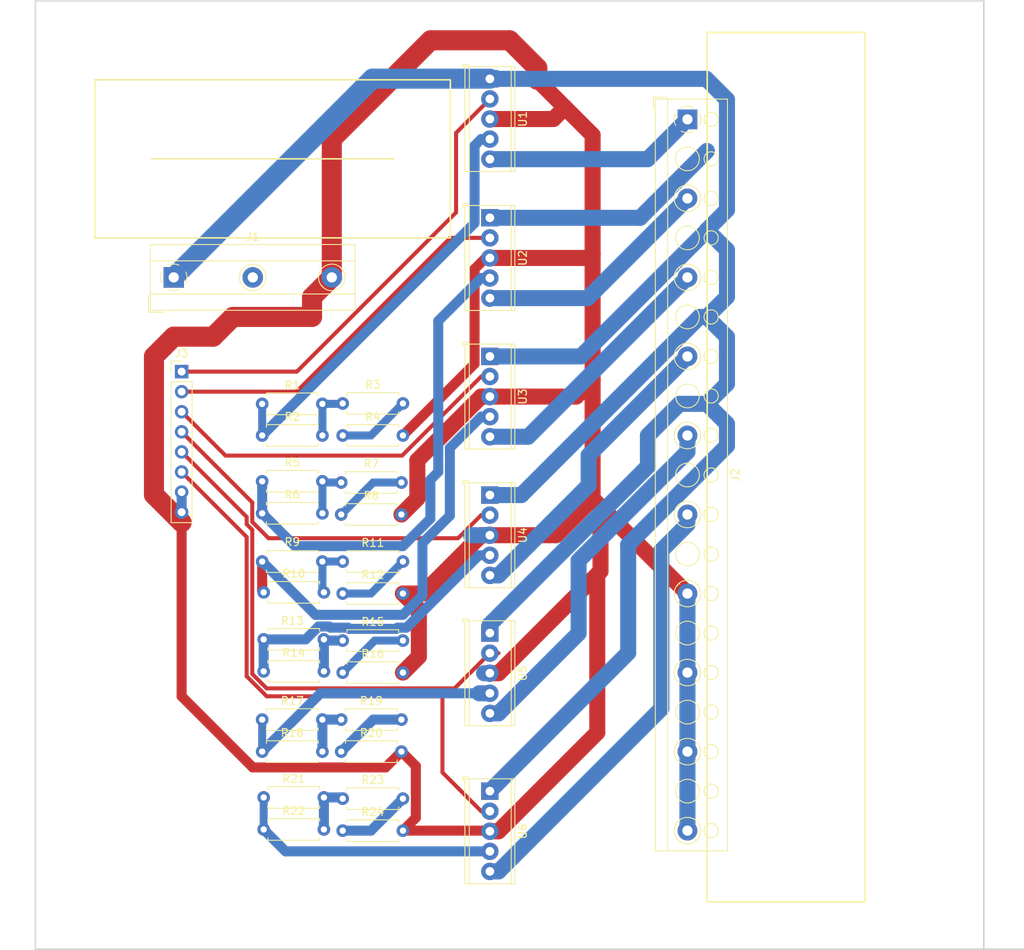
<source format=kicad_pcb>
(kicad_pcb (version 20221018) (generator pcbnew)
  (title_block (date "26 jul 2013"))
  (layers (0 "F.Cu" signal) (31 "B.Cu" signal) (34 "B.Paste" user) (35 "F.Paste" user) (36 "B.SilkS" user "B.Silkscreen") (37 "F.SilkS" user "F.Silkscreen") (38 "B.Mask" user) (39 "F.Mask" user) (44 "Edge.Cuts" user))
  (net 0 "")
  (net 1 "GND")
  (net 2 "Net-(J1-Pin_1)")
  (net 4 "Net-(J2-Pin_1)")
  (net 5 "Net-(J2-Pin_4)")
  (net 6 "Net-(J2-Pin_5)")
  (net 7 "Net-(J2-Pin_6)")
  (net 8 "Net-(J2-Pin_2)")
  (net 9 "Net-(J3-Pin_1)")
  (net 10 "Net-(J3-Pin_2)")
  (net 11 "Net-(J3-Pin_3)")
  (net 12 "Net-(J3-Pin_4)")
  (net 13 "Net-(J3-Pin_5)")
  (net 14 "Net-(J3-Pin_6)")
  (net 15 "Net-(U1-Rs)")
  (net 16 "Net-(R1-Pad2)")
  (net 17 "Net-(R3-Pad2)")
  (net 18 "Net-(U2-Rs)")
  (net 19 "Net-(R5-Pad2)")
  (net 20 "Net-(R7-Pad2)")
  (net 21 "Net-(U3-Rs)")
  (net 22 "Net-(R10-Pad2)")
  (net 23 "Net-(R11-Pad2)")
  (net 24 "Net-(U4-Rs)")
  (net 25 "Net-(R13-Pad2)")
  (net 26 "Net-(U5-Rs)")
  (net 27 "Net-(R15-Pad2)")
  (net 28 "Net-(U6-Rs)")
  (net 29 "Net-(R17-Pad2)")
  (net 30 "Net-(R19-Pad2)")
  (net 31 "Net-(R21-Pad2)")
  (net 32 "Net-(R23-Pad2)")
  (net 33 "Net-(J2-Pin_3)")
  (footprint "TerminalBlock_Phoenix:TerminalBlock_Phoenix_MPT-0,5-5-2.54_1x05_P2.54mm_Horizontal" (layer "F.Cu") (at 156.0856 36.1248 -90)
    (fp_text reference "U1" (at 5.08 -4.16 90) (layer "F.SilkS"))
    (fp_text value "~")
    (pad "1" thru_hole rect (at 0 0 270) (size 2.2 2.2) (drill 1.1) (layers "*.Cu" "*.Mask") (net 2 "Net-(J1-Pin_1)"))
    (pad "2" thru_hole circle (at 2.54 0 270) (size 2.2 2.2) (drill 1.1) (layers "*.Cu" "*.Mask") (net 9 "Net-(J3-Pin_1)"))
    (pad "3" thru_hole circle (at 5.08 0 270) (size 2.2 2.2) (drill 1.1) (layers "*.Cu" "*.Mask") (net 1 "GND"))
    (pad "4" thru_hole circle (at 7.62 0 270) (size 2.2 2.2) (drill 1.1) (layers "*.Cu" "*.Mask") (net 15 "Net-(U1-Rs)"))
    (pad "5" thru_hole circle (at 10.16 0 270) (size 2.2 2.2) (drill 1.1) (layers "*.Cu" "*.Mask") (net 4 "Net-(J2-Pin_1)"))
  )
  (footprint "Resistor_THT:R_Axial_DIN0207_L6.3mm_D2.5mm_P7.62mm_Horizontal" (layer "F.Cu") (at 137.4656 127.1948)
    (fp_text reference "R23" (at 3.81 -2.37) (layer "F.SilkS"))
    (fp_text value "0.1")
    (pad "1" thru_hole circle (at 0 0) (size 1.6 1.6) (drill 0.8) (layers "*.Cu" "*.Mask") (net 31 "Net-(R21-Pad2)"))
    (pad "2" thru_hole oval (at 7.62 0) (size 1.6 1.6) (drill 0.8) (layers "*.Cu" "*.Mask") (net 32 "Net-(R23-Pad2)"))
  )
  (footprint "Resistor_THT:R_Axial_DIN0207_L6.3mm_D2.5mm_P7.62mm_Horizontal" (layer "F.Cu") (at 127.2756 121.2448)
    (fp_text reference "R18" (at 3.81 -2.37) (layer "F.SilkS"))
    (fp_text value "1")
    (pad "1" thru_hole circle (at 0 0) (size 1.6 1.6) (drill 0.8) (layers "*.Cu" "*.Mask") (net 26 "Net-(U5-Rs)"))
    (pad "2" thru_hole oval (at 7.62 0) (size 1.6 1.6) (drill 0.8) (layers "*.Cu" "*.Mask") (net 29 "Net-(R17-Pad2)"))
  )
  (footprint "TerminalBlock_Phoenix:TerminalBlock_Phoenix_MPT-0,5-5-2.54_1x05_P2.54mm_Horizontal" (layer "F.Cu") (at 156.0856 106.2448 -90)
    (fp_text reference "U5" (at 5.08 -4.16 90) (layer "F.SilkS"))
    (fp_text value "~")
    (pad "1" thru_hole rect (at 0 0 270) (size 2.2 2.2) (drill 1.1) (layers "*.Cu" "*.Mask") (net 2 "Net-(J1-Pin_1)"))
    (pad "2" thru_hole circle (at 2.54 0 270) (size 2.2 2.2) (drill 1.1) (layers "*.Cu" "*.Mask") (net 13 "Net-(J3-Pin_5)"))
    (pad "3" thru_hole circle (at 5.08 0 270) (size 2.2 2.2) (drill 1.1) (layers "*.Cu" "*.Mask") (net 1 "GND"))
    (pad "4" thru_hole circle (at 7.62 0 270) (size 2.2 2.2) (drill 1.1) (layers "*.Cu" "*.Mask") (net 26 "Net-(U5-Rs)"))
    (pad "5" thru_hole circle (at 10.16 0 270) (size 2.2 2.2) (drill 1.1) (layers "*.Cu" "*.Mask") (net 6 "Net-(J2-Pin_5)"))
  )
  (footprint "TerminalBlock_Phoenix:TerminalBlock_Phoenix_MPT-0,5-5-2.54_1x05_P2.54mm_Horizontal" (layer "F.Cu") (at 156.0856 53.7048 -90)
    (fp_text reference "U2" (at 5.08 -4.16 90) (layer "F.SilkS"))
    (fp_text value "~")
    (pad "1" thru_hole rect (at 0 0 270) (size 2.2 2.2) (drill 1.1) (layers "*.Cu" "*.Mask") (net 2 "Net-(J1-Pin_1)"))
    (pad "2" thru_hole circle (at 2.54 0 270) (size 2.2 2.2) (drill 1.1) (layers "*.Cu" "*.Mask") (net 10 "Net-(J3-Pin_2)"))
    (pad "3" thru_hole circle (at 5.08 0 270) (size 2.2 2.2) (drill 1.1) (layers "*.Cu" "*.Mask") (net 1 "GND"))
    (pad "4" thru_hole circle (at 7.62 0 270) (size 2.2 2.2) (drill 1.1) (layers "*.Cu" "*.Mask") (net 18 "Net-(U2-Rs)"))
    (pad "5" thru_hole circle (at 10.16 0 270) (size 2.2 2.2) (drill 1.1) (layers "*.Cu" "*.Mask") (net 8 "Net-(J2-Pin_2)"))
  )
  (footprint "Resistor_THT:R_Axial_DIN0207_L6.3mm_D2.5mm_P7.62mm_Horizontal" (layer "F.Cu") (at 127.2756 87.0448)
    (fp_text reference "R5" (at 3.81 -2.37) (layer "F.SilkS"))
    (fp_text value "1")
    (pad "1" thru_hole circle (at 0 0) (size 1.6 1.6) (drill 0.8) (layers "*.Cu" "*.Mask") (net 18 "Net-(U2-Rs)"))
    (pad "2" thru_hole oval (at 7.62 0) (size 1.6 1.6) (drill 0.8) (layers "*.Cu" "*.Mask") (net 19 "Net-(R5-Pad2)"))
  )
  (footprint "MountingHole:MountingHole_3.2mm_M3" (layer "F.Cu") (at 103.5856 31.2448)
    (fp_text reference "REF**" hide)
    (fp_text value "MountingHole_3.2mm_M3")
    (pad "" np_thru_hole circle (at 0 0) (size 3.2 3.2) (drill 3.2) (layers "F&B.Cu" "*.Mask"))
  )
  (footprint "MountingHole:MountingHole_3.2mm_M3" (layer "F.Cu") (at 103.5856 141.2448)
    (fp_text reference "REF**" hide)
    (fp_text value "MountingHole_3.2mm_M3")
    (pad "" np_thru_hole circle (at 0 0) (size 3.2 3.2) (drill 3.2) (layers "F&B.Cu" "*.Mask"))
  )
  (footprint "TerminalBlock_MetzConnect:TerminalBlock_MetzConnect_Type067_RT01903HDWC_1x03_P10.00mm_Horizontal" (layer "F.Cu") (at 116.0856 61.2448)
    (fp_text reference "J1" (at 10 -5.16) (layer "F.SilkS"))
    (fp_text value "Screw_Terminal_01x03")
    (pad "1" thru_hole rect (at 0 0) (size 2.6 2.6) (drill 1.3) (layers "*.Cu" "*.Mask") (net 2 "Net-(J1-Pin_1)"))
    (pad "2" thru_hole circle (at 10 0) (size 2.6 2.6) (drill 1.3) (layers "*.Cu" "*.Mask"))
    (pad "3" thru_hole circle (at 20 0) (size 2.6 2.6) (drill 1.3) (layers "*.Cu" "*.Mask") (net 1 "GND"))
  )
  (footprint "Resistor_THT:R_Axial_DIN0207_L6.3mm_D2.5mm_P7.62mm_Horizontal" (layer "F.Cu") (at 127.2756 117.1948)
    (fp_text reference "R17" (at 3.81 -2.37) (layer "F.SilkS"))
    (fp_text value "1")
    (pad "1" thru_hole circle (at 0 0) (size 1.6 1.6) (drill 0.8) (layers "*.Cu" "*.Mask") (net 26 "Net-(U5-Rs)"))
    (pad "2" thru_hole oval (at 7.62 0) (size 1.6 1.6) (drill 0.8) (layers "*.Cu" "*.Mask") (net 29 "Net-(R17-Pad2)"))
  )
  (footprint "Resistor_THT:R_Axial_DIN0207_L6.3mm_D2.5mm_P7.62mm_Horizontal" (layer "F.Cu") (at 127.4656 111.0948)
    (fp_text reference "R14" (at 3.81 -2.37) (layer "F.SilkS"))
    (fp_text value "1")
    (pad "1" thru_hole circle (at 0 0) (size 1.6 1.6) (drill 0.8) (layers "*.Cu" "*.Mask") (net 24 "Net-(U4-Rs)"))
    (pad "2" thru_hole oval (at 7.62 0) (size 1.6 1.6) (drill 0.8) (layers "*.Cu" "*.Mask") (net 25 "Net-(R13-Pad2)"))
  )
  (footprint "MountingHole:MountingHole_3.2mm_M3" (layer "F.Cu") (at 193.5856 134.2448)
    (fp_text reference "REF**" hide)
    (fp_text value "MountingHole_3.2mm_M3")
    (pad "" np_thru_hole circle (at 0 0) (size 3.2 3.2) (drill 3.2) (layers "*.Cu" "*.Mask"))
  )
  (footprint "Resistor_THT:R_Axial_DIN0207_L6.3mm_D2.5mm_P7.62mm_Horizontal" (layer "F.Cu") (at 127.2756 81.2448)
    (fp_text reference "R2" (at 3.81 -2.37) (layer "F.SilkS"))
    (fp_text value "1")
    (pad "1" thru_hole circle (at 0 0) (size 1.6 1.6) (drill 0.8) (layers "*.Cu" "*.Mask") (net 15 "Net-(U1-Rs)"))
    (pad "2" thru_hole oval (at 7.62 0) (size 1.6 1.6) (drill 0.8) (layers "*.Cu" "*.Mask") (net 16 "Net-(R1-Pad2)"))
  )
  (footprint "Resistor_THT:R_Axial_DIN0207_L6.3mm_D2.5mm_P7.62mm_Horizontal" (layer "F.Cu") (at 137.2756 121.2448)
    (fp_text reference "R20" (at 3.81 -2.37) (layer "F.SilkS"))
    (fp_text value "0.1")
    (pad "1" thru_hole circle (at 0 0) (size 1.6 1.6) (drill 0.8) (layers "*.Cu" "*.Mask") (net 30 "Net-(R19-Pad2)"))
    (pad "2" thru_hole oval (at 7.62 0) (size 1.6 1.6) (drill 0.8) (layers "*.Cu" "*.Mask") (net 1 "GND"))
  )
  (footprint "Resistor_THT:R_Axial_DIN0207_L6.3mm_D2.5mm_P7.62mm_Horizontal" (layer "F.Cu") (at 127.4656 131.0948)
    (fp_text reference "R22" (at 3.81 -2.37) (layer "F.SilkS"))
    (fp_text value "1")
    (pad "1" thru_hole circle (at 0 0) (size 1.6 1.6) (drill 0.8) (layers "*.Cu" "*.Mask") (net 28 "Net-(U6-Rs)"))
    (pad "2" thru_hole oval (at 7.62 0) (size 1.6 1.6) (drill 0.8) (layers "*.Cu" "*.Mask") (net 31 "Net-(R21-Pad2)"))
  )
  (footprint "Resistor_THT:R_Axial_DIN0207_L6.3mm_D2.5mm_P7.62mm_Horizontal" (layer "F.Cu") (at 137.4656 131.2448)
    (fp_text reference "R24" (at 3.81 -2.37) (layer "F.SilkS"))
    (fp_text value "0.1")
    (pad "1" thru_hole circle (at 0 0) (size 1.6 1.6) (drill 0.8) (layers "*.Cu" "*.Mask") (net 32 "Net-(R23-Pad2)"))
    (pad "2" thru_hole oval (at 7.62 0) (size 1.6 1.6) (drill 0.8) (layers "*.Cu" "*.Mask") (net 1 "GND"))
  )
  (footprint "Resistor_THT:R_Axial_DIN0207_L6.3mm_D2.5mm_P7.62mm_Horizontal" (layer "F.Cu") (at 127.4656 101.0948)
    (fp_text reference "R10" (at 3.81 -2.37) (layer "F.SilkS"))
    (fp_text value "1")
    (pad "1" thru_hole circle (at 0 0) (size 1.6 1.6) (drill 0.8) (layers "*.Cu" "*.Mask") (net 21 "Net-(U3-Rs)"))
    (pad "2" thru_hole oval (at 7.62 0) (size 1.6 1.6) (drill 0.8) (layers "*.Cu" "*.Mask") (net 22 "Net-(R10-Pad2)"))
  )
  (footprint "Resistor_THT:R_Axial_DIN0207_L6.3mm_D2.5mm_P7.62mm_Horizontal" (layer "F.Cu") (at 127.2756 91.0948)
    (fp_text reference "R6" (at 3.81 -2.37) (layer "F.SilkS"))
    (fp_text value "1")
    (pad "1" thru_hole circle (at 0 0) (size 1.6 1.6) (drill 0.8) (layers "*.Cu" "*.Mask") (net 18 "Net-(U2-Rs)"))
    (pad "2" thru_hole oval (at 7.62 0) (size 1.6 1.6) (drill 0.8) (layers "*.Cu" "*.Mask") (net 19 "Net-(R5-Pad2)"))
  )
  (footprint "Resistor_THT:R_Axial_DIN0207_L6.3mm_D2.5mm_P7.62mm_Horizontal" (layer "F.Cu") (at 137.4656 107.1948)
    (fp_text reference "R15" (at 3.81 -2.37) (layer "F.SilkS"))
    (fp_text value "0.1")
    (pad "1" thru_hole circle (at 0 0) (size 1.6 1.6) (drill 0.8) (layers "*.Cu" "*.Mask") (net 25 "Net-(R13-Pad2)"))
    (pad "2" thru_hole oval (at 7.62 0) (size 1.6 1.6) (drill 0.8) (layers "*.Cu" "*.Mask") (net 27 "Net-(R15-Pad2)"))
  )
  (footprint "Connector_PinHeader_2.54mm:PinHeader_1x08_P2.54mm_Vertical" (layer "F.Cu") (at 117.0856 73.1648)
    (fp_text reference "J3" (at 0 -2.33) (layer "F.SilkS"))
    (fp_text value "Conn_01x08_Pin")
    (pad "1" thru_hole rect (at 0 0) (size 1.7 1.7) (drill 1) (layers "*.Cu" "*.Mask") (net 9 "Net-(J3-Pin_1)"))
    (pad "2" thru_hole oval (at 0 2.54) (size 1.7 1.7) (drill 1) (layers "*.Cu" "*.Mask") (net 10 "Net-(J3-Pin_2)"))
    (pad "3" thru_hole oval (at 0 5.08) (size 1.7 1.7) (drill 1) (layers "*.Cu" "*.Mask") (net 11 "Net-(J3-Pin_3)"))
    (pad "4" thru_hole oval (at 0 7.62) (size 1.7 1.7) (drill 1) (layers "*.Cu" "*.Mask") (net 12 "Net-(J3-Pin_4)"))
    (pad "5" thru_hole oval (at 0 10.16) (size 1.7 1.7) (drill 1) (layers "*.Cu" "*.Mask") (net 13 "Net-(J3-Pin_5)"))
    (pad "6" thru_hole oval (at 0 12.7) (size 1.7 1.7) (drill 1) (layers "*.Cu" "*.Mask") (net 14 "Net-(J3-Pin_6)"))
    (pad "7" thru_hole oval (at 0 15.24) (size 1.7 1.7) (drill 1) (layers "*.Cu" "*.Mask") (net 1 "GND"))
    (pad "8" thru_hole oval (at 0 17.78) (size 1.7 1.7) (drill 1) (layers "*.Cu" "*.Mask") (net 1 "GND"))
  )
  (footprint "TerminalBlock_RND:TerminalBlock_RND_205-00031_1x10_P10.00mm_Horizontal" (layer "F.Cu") (at 181.0856 41.2448 -90)
    (fp_text reference "J2" (at 45 -6.06 90) (layer "F.SilkS"))
    (fp_text value "Screw_Terminal_01x10")
    (pad "1" thru_hole rect (at 0 0 270) (size 2.5 2.5) (drill 1.3) (layers "*.Cu" "*.Mask") (net 4 "Net-(J2-Pin_1)"))
    (pad "2" thru_hole circle (at 10 0 270) (size 2.5 2.5) (drill 1.3) (layers "*.Cu" "*.Mask") (net 8 "Net-(J2-Pin_2)"))
    (pad "3" thru_hole circle (at 20 0 270) (size 2.5 2.5) (drill 1.3) (layers "*.Cu" "*.Mask") (net 33 "Net-(J2-Pin_3)"))
    (pad "4" thru_hole circle (at 30 0 270) (size 2.5 2.5) (drill 1.3) (layers "*.Cu" "*.Mask") (net 5 "Net-(J2-Pin_4)"))
    (pad "5" thru_hole circle (at 40 0 270) (size 2.5 2.5) (drill 1.3) (layers "*.Cu" "*.Mask") (net 6 "Net-(J2-Pin_5)"))
    (pad "6" thru_hole circle (at 50 0 270) (size 2.5 2.5) (drill 1.3) (layers "*.Cu" "*.Mask") (net 7 "Net-(J2-Pin_6)"))
    (pad "7" thru_hole circle (at 60 0 270) (size 2.5 2.5) (drill 1.3) (layers "*.Cu" "*.Mask") (net 1 "GND"))
    (pad "8" thru_hole circle (at 70 0 270) (size 2.5 2.5) (drill 1.3) (layers "*.Cu" "*.Mask") (net 1 "GND"))
    (pad "9" thru_hole circle (at 80 0 270) (size 2.5 2.5) (drill 1.3) (layers "*.Cu" "*.Mask") (net 1 "GND"))
    (pad "10" thru_hole circle (at 90 0 270) (size 2.5 2.5) (drill 1.3) (layers "*.Cu" "*.Mask") (net 1 "GND"))
  )
  (footprint "Resistor_THT:R_Axial_DIN0207_L6.3mm_D2.5mm_P7.62mm_Horizontal" (layer "F.Cu") (at 137.4656 101.2448)
    (fp_text reference "R12" (at 3.81 -2.37) (layer "F.SilkS"))
    (fp_text value "0.1")
    (pad "1" thru_hole circle (at 0 0) (size 1.6 1.6) (drill 0.8) (layers "*.Cu" "*.Mask") (net 23 "Net-(R11-Pad2)"))
    (pad "2" thru_hole oval (at 7.62 0) (size 1.6 1.6) (drill 0.8) (layers "*.Cu" "*.Mask") (net 1 "GND"))
  )
  (footprint "TerminalBlock_Phoenix:TerminalBlock_Phoenix_MPT-0,5-5-2.54_1x05_P2.54mm_Horizontal" (layer "F.Cu") (at 156.0856 126.2448 -90)
    (fp_text reference "U6" (at 5.08 -4.16 90) (layer "F.SilkS"))
    (fp_text value "~")
    (pad "1" thru_hole rect (at 0 0 270) (size 2.2 2.2) (drill 1.1) (layers "*.Cu" "*.Mask") (net 2 "Net-(J1-Pin_1)"))
    (pad "2" thru_hole circle (at 2.54 0 270) (size 2.2 2.2) (drill 1.1) (layers "*.Cu" "*.Mask") (net 14 "Net-(J3-Pin_6)"))
    (pad "3" thru_hole circle (at 5.08 0 270) (size 2.2 2.2) (drill 1.1) (layers "*.Cu" "*.Mask") (net 1 "GND"))
    (pad "4" thru_hole circle (at 7.62 0 270) (size 2.2 2.2) (drill 1.1) (layers "*.Cu" "*.Mask") (net 28 "Net-(U6-Rs)"))
    (pad "5" thru_hole circle (at 10.16 0 270) (size 2.2 2.2) (drill 1.1) (layers "*.Cu" "*.Mask") (net 7 "Net-(J2-Pin_6)"))
  )
  (footprint "MountingHole:MountingHole_3.2mm_M3" (layer "F.Cu") (at 193.5856 36.2448)
    (fp_text reference "REF**" hide)
    (fp_text value "MountingHole_3.2mm_M3")
    (pad "" np_thru_hole circle (at 0 0) (size 3.2 3.2) (drill 3.2) (layers "*.Cu" "*.Mask"))
  )
  (footprint "Resistor_THT:R_Axial_DIN0207_L6.3mm_D2.5mm_P7.62mm_Horizontal" (layer "F.Cu") (at 127.2756 97.1948)
    (fp_text reference "R9" (at 3.81 -2.475) (layer "F.SilkS"))
    (fp_text value "1")
    (pad "1" thru_hole circle (at 0 0) (size 1.6 1.6) (drill 0.8) (layers "*.Cu" "*.Mask") (net 21 "Net-(U3-Rs)"))
    (pad "2" thru_hole oval (at 7.62 0) (size 1.6 1.6) (drill 0.8) (layers "*.Cu" "*.Mask") (net 22 "Net-(R10-Pad2)"))
  )
  (footprint "Resistor_THT:R_Axial_DIN0207_L6.3mm_D2.5mm_P7.62mm_Horizontal" (layer "F.Cu") (at 137.2756 117.1948)
    (fp_text reference "R19" (at 3.81 -2.37) (layer "F.SilkS"))
    (fp_text value "0.1")
    (pad "1" thru_hole circle (at 0 0) (size 1.6 1.6) (drill 0.8) (layers "*.Cu" "*.Mask") (net 29 "Net-(R17-Pad2)"))
    (pad "2" thru_hole oval (at 7.62 0) (size 1.6 1.6) (drill 0.8) (layers "*.Cu" "*.Mask") (net 30 "Net-(R19-Pad2)"))
  )
  (footprint "TerminalBlock_Phoenix:TerminalBlock_Phoenix_MPT-0,5-5-2.54_1x05_P2.54mm_Horizontal" (layer "F.Cu") (at 156.0856 71.2448 -90)
    (fp_text reference "U3" (at 5.08 -4.16 90) (layer "F.SilkS"))
    (fp_text value "~")
    (pad "1" thru_hole rect (at 0 0 270) (size 2.2 2.2) (drill 1.1) (layers "*.Cu" "*.Mask") (net 2 "Net-(J1-Pin_1)"))
    (pad "2" thru_hole circle (at 2.54 0 270) (size 2.2 2.2) (drill 1.1) (layers "*.Cu" "*.Mask") (net 11 "Net-(J3-Pin_3)"))
    (pad "3" thru_hole circle (at 5.08 0 270) (size 2.2 2.2) (drill 1.1) (layers "*.Cu" "*.Mask") (net 1 "GND"))
    (pad "4" thru_hole circle (at 7.62 0 270) (size 2.2 2.2) (drill 1.1) (layers "*.Cu" "*.Mask") (net 21 "Net-(U3-Rs)"))
    (pad "5" thru_hole circle (at 10.16 0 270) (size 2.2 2.2) (drill 1.1) (layers "*.Cu" "*.Mask") (net 33 "Net-(J2-Pin_3)"))
  )
  (footprint "Resistor_THT:R_Axial_DIN0207_L6.3mm_D2.5mm_P7.62mm_Horizontal" (layer "F.Cu") (at 127.4656 107.0448)
    (fp_text reference "R13" (at 3.62 -2.35) (layer "F.SilkS"))
    (fp_text value "1")
    (pad "1" thru_hole circle (at 0 0) (size 1.6 1.6) (drill 0.8) (layers "*.Cu" "*.Mask") (net 24 "Net-(U4-Rs)"))
    (pad "2" thru_hole oval (at 7.62 0) (size 1.6 1.6) (drill 0.8) (layers "*.Cu" "*.Mask") (net 25 "Net-(R13-Pad2)"))
  )
  (footprint "Resistor_THT:R_Axial_DIN0207_L6.3mm_D2.5mm_P7.62mm_Horizontal" (layer "F.Cu") (at 137.2756 87.1948)
    (fp_text reference "R7" (at 3.81 -2.37) (layer "F.SilkS"))
    (fp_text value "0.1")
    (pad "1" thru_hole circle (at 0 0) (size 1.6 1.6) (drill 0.8) (layers "*.Cu" "*.Mask") (net 19 "Net-(R5-Pad2)"))
    (pad "2" thru_hole oval (at 7.62 0) (size 1.6 1.6) (drill 0.8) (layers "*.Cu" "*.Mask") (net 20 "Net-(R7-Pad2)"))
  )
  (footprint "Resistor_THT:R_Axial_DIN0207_L6.3mm_D2.5mm_P7.62mm_Horizontal" (layer "F.Cu") (at 137.4656 111.2448)
    (fp_text reference "R16" (at 3.81 -2.37) (layer "F.SilkS"))
    (fp_text value "0.1")
    (pad "1" thru_hole circle (at 0 0) (size 1.6 1.6) (drill 0.8) (layers "*.Cu" "*.Mask") (net 27 "Net-(R15-Pad2)"))
    (pad "2" thru_hole oval (at 7.62 0) (size 1.6 1.6) (drill 0.8) (layers "*.Cu" "*.Mask") (net 1 "GND"))
  )
  (footprint "Resistor_THT:R_Axial_DIN0207_L6.3mm_D2.5mm_P7.62mm_Horizontal" (layer "F.Cu") (at 137.4656 97.1948)
    (fp_text reference "R11" (at 3.81 -2.37) (layer "F.SilkS"))
    (fp_text value "0.1")
    (pad "1" thru_hole circle (at 0 0) (size 1.6 1.6) (drill 0.8) (layers "*.Cu" "*.Mask") (net 22 "Net-(R10-Pad2)"))
    (pad "2" thru_hole oval (at 7.62 0) (size 1.6 1.6) (drill 0.8) (layers "*.Cu" "*.Mask") (net 23 "Net-(R11-Pad2)"))
  )
  (footprint "MountingHole:MountingHole_3.2mm_M3" (layer "F.Cu") (at 111.5856 46.2448)
    (fp_text reference "REF**" hide)
    (fp_text value "MountingHole_3.2mm_M3")
    (pad "" np_thru_hole circle (at 0 0) (size 3.2 3.2) (drill 3.2) (layers "F&B.Cu" "*.Mask"))
  )
  (footprint "TerminalBlock_Phoenix:TerminalBlock_Phoenix_MPT-0,5-5-2.54_1x05_P2.54mm_Horizontal" (layer "F.Cu") (at 156.0856 88.7848 -90)
    (fp_text reference "U4" (at 5.08 -4.16 90) (layer "F.SilkS"))
    (fp_text value "~")
    (pad "1" thru_hole rect (at 0 0 270) (size 2.2 2.2) (drill 1.1) (layers "*.Cu" "*.Mask") (net 2 "Net-(J1-Pin_1)"))
    (pad "2" thru_hole circle (at 2.54 0 270) (size 2.2 2.2) (drill 1.1) (layers "*.Cu" "*.Mask") (net 12 "Net-(J3-Pin_4)"))
    (pad "3" thru_hole circle (at 5.08 0 270) (size 2.2 2.2) (drill 1.1) (layers "*.Cu" "*.Mask") (net 1 "GND"))
    (pad "4" thru_hole circle (at 7.62 0 270) (size 2.2 2.2) (drill 1.1) (layers "*.Cu" "*.Mask") (net 24 "Net-(U4-Rs)"))
    (pad "5" thru_hole circle (at 10.16 0 270) (size 2.2 2.2) (drill 1.1) (layers "*.Cu" "*.Mask") (net 5 "Net-(J2-Pin_4)"))
  )
  (footprint "Resistor_THT:R_Axial_DIN0207_L6.3mm_D2.5mm_P7.62mm_Horizontal" (layer "F.Cu") (at 137.2756 91.2448)
    (fp_text reference "R8" (at 3.81 -2.37) (layer "F.SilkS"))
    (fp_text value "0.1")
    (pad "1" thru_hole circle (at 0 0) (size 1.6 1.6) (drill 0.8) (layers "*.Cu" "*.Mask") (net 20 "Net-(R7-Pad2)"))
    (pad "2" thru_hole oval (at 7.62 0) (size 1.6 1.6) (drill 0.8) (layers "*.Cu" "*.Mask") (net 1 "GND"))
  )
  (footprint "Resistor_THT:R_Axial_DIN0207_L6.3mm_D2.5mm_P7.62mm_Horizontal" (layer "F.Cu") (at 127.4656 127.0448)
    (fp_text reference "R21" (at 3.81 -2.37) (layer "F.SilkS"))
    (fp_text value "1")
    (pad "1" thru_hole circle (at 0 0) (size 1.6 1.6) (drill 0.8) (layers "*.Cu" "*.Mask") (net 28 "Net-(U6-Rs)"))
    (pad "2" thru_hole oval (at 7.62 0) (size 1.6 1.6) (drill 0.8) (layers "*.Cu" "*.Mask") (net 31 "Net-(R21-Pad2)"))
  )
  (footprint "Resistor_THT:R_Axial_DIN0207_L6.3mm_D2.5mm_P7.62mm_Horizontal" (layer "F.Cu") (at 137.4656 77.1948)
    (fp_text reference "R3" (at 3.81 -2.37) (layer "F.SilkS"))
    (fp_text value "0.1")
    (pad "1" thru_hole circle (at 0 0) (size 1.6 1.6) (drill 0.8) (layers "*.Cu" "*.Mask") (net 16 "Net-(R1-Pad2)"))
    (pad "2" thru_hole oval (at 7.62 0) (size 1.6 1.6) (drill 0.8) (layers "*.Cu" "*.Mask") (net 17 "Net-(R3-Pad2)"))
  )
  (footprint "Resistor_THT:R_Axial_DIN0207_L6.3mm_D2.5mm_P7.62mm_Horizontal" (layer "F.Cu") (at 137.4656 81.2448)
    (fp_text reference "R4" (at 3.81 -2.37) (layer "F.SilkS"))
    (fp_text value "0.1")
    (pad "1" thru_hole circle (at 0 0) (size 1.6 1.6) (drill 0.8) (layers "*.Cu" "*.Mask") (net 17 "Net-(R3-Pad2)"))
    (pad "2" thru_hole oval (at 7.62 0) (size 1.6 1.6) (drill 0.8) (layers "*.Cu" "*.Mask") (net 1 "GND"))
  )
  (footprint "MountingHole:MountingHole_3.2mm_M3" (layer "F.Cu") (at 213.5856 31.2448)
    (fp_text reference "REF**" hide)
    (fp_text value "MountingHole_3.2mm_M3")
    (pad "" np_thru_hole circle (at 0 0) (size 3.2 3.2) (drill 3.2) (layers "F&B.Cu" "*.Mask"))
  )
  (footprint "Resistor_THT:R_Axial_DIN0207_L6.3mm_D2.5mm_P7.62mm_Horizontal" (layer "F.Cu") (at 127.2756 77.2448)
    (fp_text reference "R1" (at 3.81 -2.37) (layer "F.SilkS"))
    (fp_text value "1")
    (pad "1" thru_hole circle (at 0 0) (size 1.6 1.6) (drill 0.8) (layers "*.Cu" "*.Mask") (net 15 "Net-(U1-Rs)"))
    (pad "2" thru_hole oval (at 7.62 0) (size 1.6 1.6) (drill 0.8) (layers "*.Cu" "*.Mask") (net 16 "Net-(R1-Pad2)"))
  )
  (footprint "MountingHole:MountingHole_3.2mm_M3" (layer "F.Cu") (at 145.5856 46.2448)
    (fp_text reference "REF**" hide)
    (fp_text value "MountingHole_3.2mm_M3")
    (pad "" np_thru_hole circle (at 0 0) (size 3.2 3.2) (drill 3.2) (layers "F&B.Cu" "*.Mask"))
  )
  (footprint "MountingHole:MountingHole_3.2mm_M3" (layer "F.Cu") (at 213.5856 141.2448)
    (fp_text reference "REF**" hide)
    (fp_text value "MountingHole_3.2mm_M3")
    (pad "" np_thru_hole circle (at 0 0) (size 3.2 3.2) (drill 3.2) (layers "F&B.Cu" "*.Mask"))
  )
  (gr_rect (start 106.0856 36.2448) (end 151.0856 56.2448) (stroke (width 0.2)) (fill none) (layer "F.SilkS"))
  (gr_rect (start 183.5856 30.2448) (end 203.5856 140.2448) (stroke (width 0.2)) (fill none) (layer "F.SilkS"))
  (gr_line (start 111.5856 46.2448) (end 145.5856 46.2448) (stroke (width 0.2)) (layer "F.SilkS"))
  (gr_line (start 218.5856 26.2448) (end 218.5856 146.2448) (stroke (width 0.2)) (layer "Edge.Cuts"))
  (gr_line (start 98.5856 146.2448) (end 98.5856 26.2448) (stroke (width 0.2)) (layer "Edge.Cuts"))
  (gr_line (start 223.5856 146.2448) (end 98.5856 146.2448) (stroke (width 0.2)) (layer "Edge.Cuts"))
  (gr_line (start 98.5856 26.2448) (end 218.5856 26.2448) (stroke (width 0.2)) (layer "Edge.Cuts"))
  (segment (start 126.0856 123.2448) (end 142.8956 123.2448) (width 1.27) (layer "F.Cu") (net 1))
  (segment (start 117.0856 90.9448) (end 117.0856 92.2448) (width 1.27) (layer "F.Cu") (net 1))
  (segment (start 156.0856 58.7848) (end 168.5456 58.7848) (width 2.032) (layer "F.Cu") (net 1))
  (segment (start 146.7206 129.6098) (end 145.0856 131.2448) (width 1.27) (layer "F.Cu") (net 1))
  (segment (start 147.1016 109.2288) (end 145.0856 111.2448) (width 2.032) (layer "F.Cu") (net 1))
  (segment (start 146.9116 89.2288) (end 144.8956 91.2448) (width 2.032) (layer "F.Cu") (net 1))
  (segment (start 164.1256 41.2048) (end 156.0856 41.2048) (width 2.032) (layer "F.Cu") (net 1))
  (segment (start 156.0856 93.8648) (end 164.4656 93.8648) (width 2.032) (layer "F.Cu") (net 1))
  (segment (start 157.1856 131.3248) (end 156.0856 131.3248) (width 2.032) (layer "F.Cu") (net 1))
  (segment (start 145.0856 81.2448) (end 154.1506 72.1798) (width 1.27) (layer "F.Cu") (net 1))
  (segment (start 117.0856 92.2448) (end 117.0856 114.2448) (width 1.27) (layer "F.Cu") (net 1))
  (segment (start 158.5856 31.2448) (end 162.0856 34.7448) (width 2.54) (layer "F.Cu") (net 1))
  (segment (start 169.6756 98.8348) (end 169.6756 118.8348) (width 2.032) (layer "F.Cu") (net 1))
  (segment (start 123.5856 66.2448) (end 121.0856 68.7448) (width 2.54) (layer "F.Cu") (net 1))
  (segment (start 133.5856 63.7448) (end 133.5856 66.2448) (width 2.54) (layer "F.Cu") (net 1))
  (segment (start 169.0856 58.2448) (end 169.0856 74.2448) (width 2.032) (layer "F.Cu") (net 1))
  (segment (start 156.0856 76.3248) (end 154.9856 76.3248) (width 2.032) (layer "F.Cu") (net 1))
  (segment (start 147.1016 103.2608) (end 147.1016 109.2288) (width 2.032) (layer "F.Cu") (net 1))
  (segment (start 168.5456 58.7848) (end 169.0856 58.2448) (width 2.032) (layer "F.Cu") (net 1))
  (segment (start 116.0856 68.7448) (end 113.5856 71.2448) (width 2.54) (layer "F.Cu") (net 1))
  (segment (start 154.1506 60.1798) (end 155.5456 58.7848) (width 1.27) (layer "F.Cu") (net 1))
  (segment (start 146.9116 84.3988) (end 146.9116 89.2288) (width 2.032) (layer "F.Cu") (net 1))
  (segment (start 154.9856 93.8648) (end 147.6056 101.2448) (width 2.032) (layer "F.Cu") (net 1))
  (segment (start 113.5856 88.7448) (end 117.0856 92.2448) (width 2.54) (layer "F.Cu") (net 1))
  (segment (start 169.6756 118.8348) (end 157.1856 131.3248) (width 2.032) (layer "F.Cu") (net 1))
  (segment (start 154.1506 72.1798) (end 154.1506 60.1798) (width 1.27) (layer "F.Cu") (net 1))
  (segment (start 170.0856 90.2448) (end 181.0856 101.2448) (width 2.032) (layer "F.Cu") (net 1))
  (segment (start 147.6056 101.2448) (end 145.0856 101.2448) (width 2.032) (layer "F.Cu") (net 1))
  (segment (start 146.7206 123.0698) (end 146.7206 129.6098) (width 1.27) (layer "F.Cu") (net 1))
  (segment (start 136.0856 61.2448) (end 136.0856 43.7448) (width 2.54) (layer "F.Cu") (net 1))
  (segment (start 162.0856 34.7448) (end 162.0856 36.2448) (width 2.54) (layer "F.Cu") (net 1))
  (segment (start 156.0856 111.3248) (end 157.1856 111.3248) (width 2.032) (layer "F.Cu") (net 1))
  (segment (start 136.0856 43.7448) (end 148.5856 31.2448) (width 2.54) (layer "F.Cu") (net 1))
  (segment (start 169.0856 89.2448) (end 170.0856 90.2448) (width 2.032) (layer "F.Cu") (net 1))
  (segment (start 156.0856 76.3248) (end 167.0056 76.3248) (width 2.032) (layer "F.Cu") (net 1))
  (segment (start 154.9856 76.3248) (end 146.9116 84.3988) (width 2.032) (layer "F.Cu") (net 1))
  (segment (start 165.5856 39.7448) (end 169.0856 43.2448) (width 2.032) (layer "F.Cu") (net 1))
  (segment (start 113.5856 71.2448) (end 113.5856 88.7448) (width 2.54) (layer "F.Cu") (net 1))
  (segment (start 162.0856 36.2448) (end 165.5856 39.7448) (width 2.032) (layer "F.Cu") (net 1))
  (segment (start 157.1856 111.3248) (end 169.6756 98.8348) (width 2.032) (layer "F.Cu") (net 1))
  (segment (start 170.0856 98.4248) (end 170.0856 90.2448) (width 2.032) (layer "F.Cu") (net 1))
  (segment (start 136.0856 61.2448) (end 133.5856 63.7448) (width 2.54) (layer "F.Cu") (net 1))
  (segment (start 148.5856 31.2448) (end 158.5856 31.2448) (width 2.54) (layer "F.Cu") (net 1))
  (segment (start 164.4656 93.8648) (end 169.0856 89.2448) (width 2.032) (layer "F.Cu") (net 1))
  (segment (start 169.6756 98.8348) (end 170.0856 98.4248) (width 2.032) (layer "F.Cu") (net 1))
  (segment (start 121.0856 68.7448) (end 116.0856 68.7448) (width 2.54) (layer "F.Cu") (net 1))
  (segment (start 156.0856 93.8648) (end 154.9856 93.8648) (width 2.032) (layer "F.Cu") (net 1))
  (segment (start 167.0056 76.3248) (end 169.0856 74.2448) (width 2.032) (layer "F.Cu") (net 1))
  (segment (start 144.8956 121.2448) (end 146.7206 123.0698) (width 1.27) (layer "F.Cu") (net 1))
  (segment (start 142.8956 123.2448) (end 144.8956 121.2448) (width 1.27) (layer "F.Cu") (net 1))
  (segment (start 169.0856 74.2448) (end 169.0856 89.2448) (width 2.032) (layer "F.Cu") (net 1))
  (segment (start 169.0856 43.2448) (end 169.0856 58.2448) (width 2.032) (layer "F.Cu") (net 1))
  (segment (start 156.0056 131.2448) (end 156.0856 131.3248) (width 1.27) (layer "F.Cu") (net 1))
  (segment (start 145.0856 131.2448) (end 156.0056 131.2448) (width 1.27) (layer "F.Cu") (net 1))
  (segment (start 155.5456 58.7848) (end 156.0856 58.7848) (width 1.27) (layer "F.Cu") (net 1))
  (segment (start 145.0856 101.2448) (end 147.1016 103.2608) (width 2.032) (layer "F.Cu") (net 1))
  (segment (start 165.5856 39.7448) (end 164.1256 41.2048) (width 2.032) (layer "F.Cu") (net 1))
  (segment (start 133.5856 66.2448) (end 123.5856 66.2448) (width 2.54) (layer "F.Cu") (net 1))
  (segment (start 117.0856 114.2448) (end 126.0856 123.2448) (width 1.27) (layer "F.Cu") (net 1))
  (segment (start 181.0856 121.2448) (end 181.0856 131.2448) (width 2.032) (layer "B.Cu") (net 1))
  (segment (start 181.0856 101.2448) (end 181.0856 111.2448) (width 2.032) (layer "B.Cu") (net 1))
  (segment (start 117.0856 88.4048) (end 117.0856 90.9448) (width 1.27) (layer "B.Cu") (net 1))
  (segment (start 155.35194 111.3248) (end 156.0856 111.3248) (width 2.032) (layer "B.Cu") (net 1))
  (segment (start 153.7056 93.8648) (end 156.0856 93.8648) (width 2.032) (layer "B.Cu") (net 1))
  (segment (start 181.0856 111.2448) (end 181.0856 121.2448) (width 2.032) (layer "B.Cu") (net 1))
  (segment (start 176.0856 85.1448) (end 176.0856 81.2448) (width 2.032) (layer "B.Cu") (net 2))
  (segment (start 173.5856 108.7448) (end 156.0856 126.2448) (width 2.032) (layer "B.Cu") (net 2))
  (segment (start 116.0856 61.2448) (end 141.230908 36.099492) (width 2.54) (layer "B.Cu") (net 2))
  (segment (start 186.0856 74.7108) (end 183.5516 77.2448) (width 2.032) (layer "B.Cu") (net 2))
  (segment (start 141.230908 36.099492) (end 156.0856 36.099492) (width 2.54) (layer "B.Cu") (net 2))
  (segment (start 156.0856 88.7848) (end 160.064874 88.7848) (width 2.032) (layer "B.Cu") (net 2))
  (segment (start 156.0856 106.2448) (end 156.0856 105.1448) (width 2.032) (layer "B.Cu") (net 2))
  (segment (start 156.0856 105.1448) (end 176.0856 85.1448) (width 2.032) (layer "B.Cu") (net 2))
  (segment (start 167.604874 71.2448) (end 183.5516 55.298074) (width 2.032) (layer "B.Cu") (net 2))
  (segment (start 180.0856 77.2448) (end 183.5516 77.2448) (width 2.032) (layer "B.Cu") (net 2))
  (segment (start 183.5516 55.298074) (end 183.5516 55.2448) (width 2.032) (layer "B.Cu") (net 2))
  (segment (start 186.0856 82.557848) (end 173.5856 95.057848) (width 2.032) (layer "B.Cu") (net 2))
  (segment (start 186.0856 38.7448) (end 186.0856 52.7108) (width 2.032) (layer "B.Cu") (net 2))
  (segment (start 186.0856 68.7788) (end 186.0856 74.7108) (width 2.032) (layer "B.Cu") (net 2))
  (segment (start 156.0856 71.2448) (end 167.604874 71.2448) (width 2.032) (layer "B.Cu") (net 2))
  (segment (start 176.0856 81.2448) (end 180.0856 77.2448) (width 2.032) (layer "B.Cu") (net 2))
  (segment (start 186.0856 79.7788) (end 186.0856 82.557848) (width 2.032) (layer "B.Cu") (net 2))
  (segment (start 156.0856 53.7048) (end 175.0916 53.7048) (width 2.032) (layer "B.Cu") (net 2))
  (segment (start 183.5516 66.2448) (end 186.0856 68.7788) (width 2.032) (layer "B.Cu") (net 2))
  (segment (start 186.0856 63.7108) (end 183.5516 66.2448) (width 2.032) (layer "B.Cu") (net 2))
  (segment (start 182.604874 66.2448) (end 183.5516 66.2448) (width 2.032) (layer "B.Cu") (net 2))
  (segment (start 156.0856 36.1248) (end 183.4656 36.1248) (width 2.032) (layer "B.Cu") (net 2))
  (segment (start 175.0916 53.7048) (end 183.5516 45.2448) (width 2.032) (layer "B.Cu") (net 2))
  (segment (start 186.0856 52.7108) (end 183.5516 55.2448) (width 2.032) (layer "B.Cu") (net 2))
  (segment (start 173.5856 95.057848) (end 173.5856 108.7448) (width 2.032) (layer "B.Cu") (net 2))
  (segment (start 183.4656 36.1248) (end 186.0856 38.7448) (width 2.032) (layer "B.Cu") (net 2))
  (segment (start 183.5516 77.2448) (end 186.0856 79.7788) (width 2.032) (layer "B.Cu") (net 2))
  (segment (start 186.0856 57.7788) (end 186.0856 63.7108) (width 2.032) (layer "B.Cu") (net 2))
  (segment (start 160.064874 88.7848) (end 182.604874 66.2448) (width 2.032) (layer "B.Cu") (net 2))
  (segment (start 183.5516 55.2448) (end 186.0856 57.7788) (width 2.032) (layer "B.Cu") (net 2))
  (segment (start 176.0456 46.2848) (end 181.0856 41.2448) (width 2.032) (layer "B.Cu") (net 4))
  (segment (start 156.0856 46.2848) (end 176.0456 46.2848) (width 2.032) (layer "B.Cu") (net 4))
  (segment (start 156.0856 98.9448) (end 157.1856 98.9448) (width 2.032) (layer "B.Cu") (net 5))
  (segment (start 157.1856 98.9448) (end 168.5856 87.5448) (width 2.032) (layer "B.Cu") (net 5))
  (segment (start 168.5856 87.5448) (end 168.5856 83.7448) (width 2.032) (layer "B.Cu") (net 5))
  (segment (start 168.5856 83.7448) (end 181.0856 71.2448) (width 2.032) (layer "B.Cu") (net 5))
  (segment (start 181.0856 83.301324) (end 167.3176 97.069324) (width 2.032) (layer "B.Cu") (net 6))
  (segment (start 167.3176 97.069324) (end 167.3176 106.2728) (width 2.032) (layer "B.Cu") (net 6))
  (segment (start 157.1856 116.4048) (end 156.0856 116.4048) (width 2.032) (layer "B.Cu") (net 6))
  (segment (start 167.3176 106.2728) (end 157.1856 116.4048) (width 2.032) (layer "B.Cu") (net 6))
  (segment (start 181.0856 81.2448) (end 181.0856 83.301324) (width 2.032) (layer "B.Cu") (net 6))
  (segment (start 177.7816 95.7988) (end 181.0856 92.4948) (width 2.032) (layer "B.Cu") (net 7))
  (segment (start 181.0856 92.4948) (end 181.0856 91.2448) (width 2.032) (layer "B.Cu") (net 7))
  (segment (start 177.7816 115.8088) (end 177.7816 95.7988) (width 2.032) (layer "B.Cu") (net 7))
  (segment (start 157.1856 136.4048) (end 177.7816 115.8088) (width 2.032) (layer "B.Cu") (net 7))
  (segment (start 156.0856 136.4048) (end 157.1856 136.4048) (width 2.032) (layer "B.Cu") (net 7))
  (segment (start 168.4656 63.8648) (end 156.0856 63.8648) (width 2.032) (layer "B.Cu") (net 8))
  (segment (start 181.0856 51.2448) (end 168.4656 63.8648) (width 2.032) (layer "B.Cu") (net 8))
  (segment (start 151.8096 42.958904) (end 151.8096 53.0208) (width 0.508) (layer "F.Cu") (net 9))
  (segment (start 156.0856 38.6648) (end 156.0856 38.682904) (width 0.508) (layer "F.Cu") (net 9))
  (segment (start 156.0856 38.682904) (end 151.8096 42.958904) (width 0.508) (layer "F.Cu") (net 9))
  (segment (start 131.6656 73.1648) (end 117.0856 73.1648) (width 0.508) (layer "F.Cu") (net 9))
  (segment (start 151.8096 53.0208) (end 131.6656 73.1648) (width 0.508) (layer "F.Cu") (net 9))
  (segment (start 131.6256 75.7048) (end 151.0856 56.2448) (width 0.508) (layer "F.Cu") (net 10))
  (segment (start 117.0856 75.7048) (end 131.6256 75.7048) (width 0.508) (layer "F.Cu") (net 10))
  (segment (start 151.0856 56.2448) (end 156.0856 56.2448) (width 0.508) (layer "F.Cu") (net 10))
  (segment (start 154.9856 73.7848) (end 156.0856 73.7848) (width 0.508) (layer "F.Cu") (net 11))
  (segment (start 122.630706 83.789906) (end 144.980494 83.789906) (width 0.508) (layer "F.Cu") (net 11))
  (segment (start 117.0856 78.2448) (end 122.630706 83.789906) (width 0.508) (layer "F.Cu") (net 11))
  (segment (start 144.980494 83.789906) (end 154.9856 73.7848) (width 0.508) (layer "F.Cu") (net 11))
  (segment (start 154.9856 91.3248) (end 156.0856 91.3248) (width 0.508) (layer "F.Cu") (net 12))
  (segment (start 117.0856 80.7848) (end 126.0216 89.7208) (width 0.508) (layer "F.Cu") (net 12))
  (segment (start 126.0216 89.7208) (end 126.0216 92.1808) (width 0.508) (layer "F.Cu") (net 12))
  (segment (start 126.0216 92.1808) (end 128.0856 94.2448) (width 0.508) (layer "F.Cu") (net 12))
  (segment (start 152.0656 94.2448) (end 154.9856 91.3248) (width 0.508) (layer "F.Cu") (net 12))
  (segment (start 128.0856 94.2448) (end 152.0656 94.2448) (width 0.508) (layer "F.Cu") (net 12))
  (segment (start 151.6256 113.2448) (end 156.0856 108.7848) (width 0.508) (layer "F.Cu") (net 13))
  (segment (start 125.3136 92.474064) (end 126.0216 93.182064) (width 0.508) (layer "F.Cu") (net 13))
  (segment (start 117.0856 83.3248) (end 125.3136 91.5528) (width 0.508) (layer "F.Cu") (net 13))
  (segment (start 157.1856 108.7848) (end 156.0856 108.7848) (width 0.508) (layer "F.Cu") (net 13))
  (segment (start 125.3136 91.5528) (end 125.3136 92.474064) (width 0.508) (layer "F.Cu") (net 13))
  (segment (start 126.0216 111.417109) (end 127.849291 113.2448) (width 0.508) (layer "F.Cu") (net 13))
  (segment (start 126.0216 93.182064) (end 126.0216 111.417109) (width 0.508) (layer "F.Cu") (net 13))
  (segment (start 127.849291 113.2448) (end 151.6256 113.2448) (width 0.508) (layer "F.Cu") (net 13))
  (segment (start 125.3136 111.710373) (end 127.848027 114.2448) (width 0.508) (layer "F.Cu") (net 14))
  (segment (start 125.3136 94.0928) (end 125.3136 111.710373) (width 0.508) (layer "F.Cu") (net 14))
  (segment (start 150.0856 114.2448) (end 150.0856 123.8848) (width 0.508) (layer "F.Cu") (net 14))
  (segment (start 127.848027 114.2448) (end 150.0856 114.2448) (width 0.508) (layer "F.Cu") (net 14))
  (segment (start 117.0856 85.8648) (end 125.3136 94.0928) (width 0.508) (layer "F.Cu") (net 14))
  (segment (start 154.9856 128.7848) (end 156.0856 128.7848) (width 0.508) (layer "F.Cu") (net 14))
  (segment (start 150.0856 123.8848) (end 154.9856 128.7848) (width 0.508) (layer "F.Cu") (net 14))
  (segment (start 154.9856 43.7448) (end 156.0856 43.7448) (width 1.27) (layer "B.Cu") (net 15))
  (segment (start 127.2756 77.2448) (end 127.2756 81.2448) (width 1.016) (layer "B.Cu") (net 15))
  (segment (start 154.1506 54.3698) (end 154.1506 44.5798) (width 1.27) (layer "B.Cu") (net 15))
  (segment (start 127.2756 81.2448) (end 154.1506 54.3698) (width 1.27) (layer "B.Cu") (net 15))
  (segment (start 154.1506 44.5798) (end 154.9856 43.7448) (width 1.27) (layer "B.Cu") (net 15))
  (segment (start 134.8956 77.2448) (end 137.4156 77.2448) (width 1.016) (layer "B.Cu") (net 16))
  (segment (start 134.8956 77.2448) (end 134.8956 81.2448) (width 1.016) (layer "B.Cu") (net 16))
  (segment (start 137.4156 77.2448) (end 137.4656 77.1948) (width 1.016) (layer "B.Cu") (net 16))
  (segment (start 137.4656 81.2448) (end 141.0356 81.2448) (width 1.016) (layer "B.Cu") (net 17))
  (segment (start 141.0356 81.2448) (end 145.0856 77.1948) (width 1.016) (layer "B.Cu") (net 17))
  (segment (start 127.2756 91.0948) (end 131.4256 95.2448) (width 1.27) (layer "B.Cu") (net 18))
  (segment (start 148.5556 91.7748) (end 148.5556 86.853694) (width 1.27) (layer "B.Cu") (net 18))
  (segment (start 145.0856 95.2448) (end 148.5556 91.7748) (width 1.27) (layer "B.Cu") (net 18))
  (segment (start 127.2756 87.0448) (end 127.2756 91.0948) (width 1.27) (layer "B.Cu") (net 18))
  (segment (start 131.4256 95.2448) (end 145.0856 95.2448) (width 1.27) (layer "B.Cu") (net 18))
  (segment (start 148.5556 86.853694) (end 149.5556 85.853694) (width 1.27) (layer "B.Cu") (net 18))
  (segment (start 149.5556 85.853694) (end 149.5556 66.7548) (width 1.27) (layer "B.Cu") (net 18))
  (segment (start 154.9856 61.3248) (end 156.0856 61.3248) (width 1.27) (layer "B.Cu") (net 18))
  (segment (start 149.5556 66.7548) (end 154.9856 61.3248) (width 1.27) (layer "B.Cu") (net 18))
  (segment (start 134.8956 91.0948) (end 134.8956 87.0448) (width 1.016) (layer "B.Cu") (net 19))
  (segment (start 135.0456 87.1948) (end 134.8956 87.0448) (width 1.016) (layer "B.Cu") (net 19))
  (segment (start 137.2756 87.1948) (end 135.0456 87.1948) (width 1.016) (layer "B.Cu") (net 19))
  (segment (start 144.8956 87.1948) (end 141.3256 87.1948) (width 1.016) (layer "B.Cu") (net 20))
  (segment (start 141.3256 87.1948) (end 137.2756 91.2448) (width 1.016) (layer "B.Cu") (net 20))
  (segment (start 127.2756 97.1948) (end 127.2756 100.9048) (width 1.27) (layer "F.Cu") (net 21))
  (segment (start 127.2756 100.9048) (end 127.4656 101.0948) (width 1.27) (layer "F.Cu") (net 21))
  (segment (start 151.0256 82.8248) (end 151.0256 91.383694) (width 1.27) (layer "B.Cu") (net 21))
  (segment (start 134.0206 103.9398) (end 127.2756 97.1948) (width 1.27) (layer "B.Cu") (net 21))
  (segment (start 145.0856 103.9398) (end 134.0206 103.9398) (width 1.27) (layer "B.Cu") (net 21))
  (segment (start 156.0856 78.8648) (end 154.9856 78.8648) (width 1.27) (layer "B.Cu") (net 21))
  (segment (start 154.9856 78.8648) (end 151.0256 82.8248) (width 1.27) (layer "B.Cu") (net 21))
  (segment (start 147.5556 94.853694) (end 147.5556 101.4698) (width 1.27) (layer "B.Cu") (net 21))
  (segment (start 151.0256 91.383694) (end 147.5556 94.853694) (width 1.27) (layer "B.Cu") (net 21))
  (segment (start 147.5556 101.4698) (end 145.0856 103.9398) (width 1.27) (layer "B.Cu") (net 21))
  (segment (start 134.8956 97.1948) (end 137.4656 97.1948) (width 1.016) (layer "B.Cu") (net 22))
  (segment (start 134.8956 100.9048) (end 135.0856 101.0948) (width 1.016) (layer "B.Cu") (net 22))
  (segment (start 134.8956 97.1948) (end 134.8956 100.9048) (width 1.016) (layer "B.Cu") (net 22))
  (segment (start 137.4656 101.2448) (end 141.0356 101.2448) (width 1.016) (layer "B.Cu") (net 23))
  (segment (start 141.0356 101.2448) (end 145.0856 97.1948) (width 1.016) (layer "B.Cu") (net 23))
  (segment (start 145.544494 105.5598) (end 144.415474 105.5598) (width 1.27) (layer "B.Cu") (net 24))
  (segment (start 127.4656 107.0448) (end 127.4656 111.0948) (width 1.27) (layer "B.Cu") (net 24))
  (segment (start 138.290726 105.7148) (end 138.135726 105.5598) (width 1.27) (layer "B.Cu") (net 24))
  (segment (start 134.415474 105.4098) (end 132.780474 107.0448) (width 1.27) (layer "B.Cu") (net 24))
  (segment (start 135.905726 105.5598) (end 135.755726 105.4098) (width 1.27) (layer "B.Cu") (net 24))
  (segment (start 144.260474 105.7148) (end 138.290726 105.7148) (width 1.27) (layer "B.Cu") (net 24))
  (segment (start 138.135726 105.5598) (end 135.905726 105.5598) (width 1.27) (layer "B.Cu") (net 24))
  (segment (start 144.415474 105.5598) (end 144.260474 105.7148) (width 1.27) (layer "B.Cu") (net 24))
  (segment (start 135.755726 105.4098) (end 134.415474 105.4098) (width 1.27) (layer "B.Cu") (net 24))
  (segment (start 154.699494 96.4048) (end 145.544494 105.5598) (width 1.27) (layer "B.Cu") (net 24))
  (segment (start 132.780474 107.0448) (end 127.4656 107.0448) (width 1.27) (layer "B.Cu") (net 24))
  (segment (start 156.0856 96.4048) (end 154.699494 96.4048) (width 1.27) (layer "B.Cu") (net 24))
  (segment (start 137.4656 107.1948) (end 135.2356 107.1948) (width 1.27) (layer "B.Cu") (net 25))
  (segment (start 135.0856 111.0948) (end 135.0856 107.0448) (width 1.27) (layer "B.Cu") (net 25))
  (segment (start 135.2356 107.1948) (end 135.0856 107.0448) (width 1.27) (layer "B.Cu") (net 25))
  (segment (start 127.2756 117.1948) (end 127.2756 121.2448) (width 1.016) (layer "B.Cu") (net 26))
  (segment (start 127.2756 121.2448) (end 134.6556 113.8648) (width 1.27) (layer "B.Cu") (net 26))
  (segment (start 154.735416 113.8648) (end 156.0856 113.8648) (width 2.032) (layer "B.Cu") (net 26))
  (segment (start 134.6556 113.8648) (end 156.0856 113.8648) (width 1.27) (layer "B.Cu") (net 26))
  (segment (start 145.0856 107.1948) (end 141.5156 107.1948) (width 1.016) (layer "B.Cu") (net 27))
  (segment (start 141.5156 107.1948) (end 137.4656 111.2448) (width 1.016) (layer "B.Cu") (net 27))
  (segment (start 130.2356 133.8648) (end 156.0856 133.8648) (width 1.27) (layer "B.Cu") (net 28))
  (segment (start 127.4656 131.0948) (end 130.2356 133.8648) (width 1.27) (layer "B.Cu") (net 28))
  (segment (start 127.4656 127.0448) (end 127.4656 131.0948) (width 1.016) (layer "B.Cu") (net 28))
  (segment (start 134.8956 121.2448) (end 134.8956 117.1948) (width 1.27) (layer "B.Cu") (net 29))
  (segment (start 137.2756 117.1948) (end 134.8956 117.1948) (width 1.27) (layer "B.Cu") (net 29))
  (segment (start 141.3256 117.1948) (end 137.2756 121.2448) (width 1.27) (layer "B.Cu") (net 30))
  (segment (start 144.8956 117.1948) (end 141.3256 117.1948) (width 1.27) (layer "B.Cu") (net 30))
  (segment (start 137.3156 127.0448) (end 137.4656 127.1948) (width 1.27) (layer "B.Cu") (net 31))
  (segment (start 135.0856 127.0448) (end 135.0856 131.0948) (width 1.27) (layer "B.Cu") (net 31))
  (segment (start 135.0856 127.0448) (end 137.3156 127.0448) (width 1.27) (layer "B.Cu") (net 31))
  (segment (start 141.0356 131.2448) (end 137.4656 131.2448) (width 1.27) (layer "B.Cu") (net 32))
  (segment (start 145.0856 127.1948) (end 141.0356 131.2448) (width 1.27) (layer "B.Cu") (net 32))
  (segment (start 160.9256 81.4048) (end 181.0856 61.2448) (width 2.032) (layer "B.Cu") (net 33))
  (segment (start 156.0856 81.4048) (end 160.9256 81.4048) (width 2.032) (layer "B.Cu") (net 33))
)
</source>
